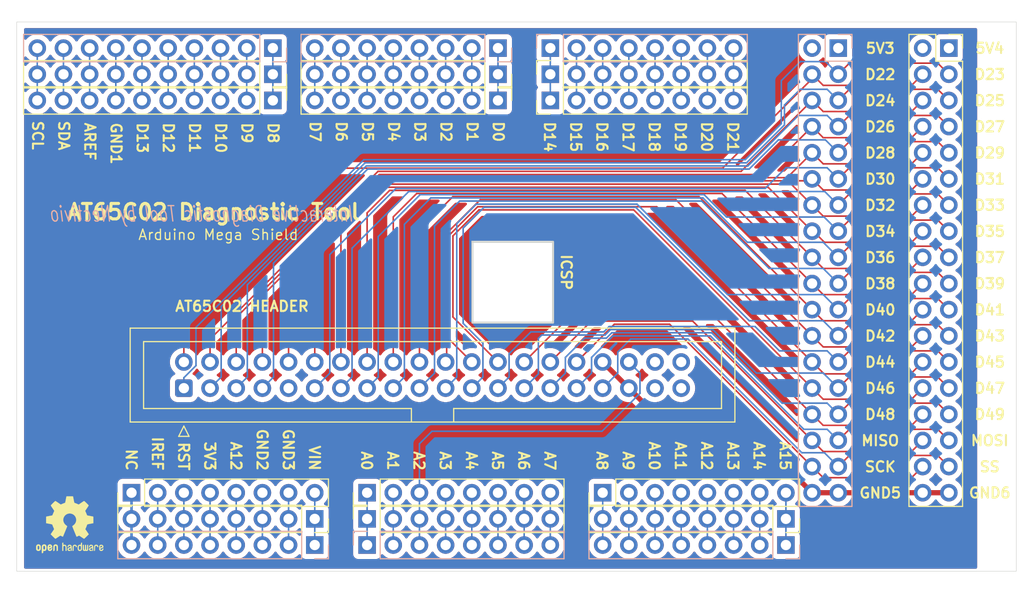
<source format=kicad_pcb>
(kicad_pcb (version 20221018) (generator pcbnew)
  (layers (0 "F.Cu" signal) (31 "B.Cu" signal) (34 "B.Paste" user) (35 "F.Paste" user) (36 "B.SilkS" user "B.Silkscreen") (37 "F.SilkS" user "F.Silkscreen") (38 "B.Mask" user) (39 "F.Mask" user) (44 "Edge.Cuts" user))
  (net 0 "")
  (net 1 "GND")
  (net 2 "R~{W}")
  (net 3 "~{RES}")
  (net 4 "~{IRQ}")
  (net 5 "RDY")
  (net 6 "~{NMI}")
  (net 7 "SYNC")
  (net 8 "/a0")
  (net 9 "/d0")
  (net 10 "/a1")
  (net 11 "/d1")
  (net 12 "/a2")
  (net 13 "/d2")
  (net 14 "/a3")
  (net 15 "/d3")
  (net 16 "/a4")
  (net 17 "/d4")
  (net 18 "/a5")
  (net 19 "/d5")
  (net 20 "/a6")
  (net 21 "/d6")
  (net 22 "/a7")
  (net 23 "/d7")
  (net 24 "/a8")
  (net 25 "/a9")
  (net 26 "/a10")
  (net 27 "/a11")
  (net 28 "/a12")
  (net 29 "/a13")
  (net 30 "/a14")
  (net 31 "/a15")
  (net 32 "~{SO}")
  (net 33 "~{BE}")
  (net 34 "Net-(J15-Pin_1)")
  (net 41 "Net-(J15-Pin_2)")
  (net 42 "Net-(J15-Pin_3)")
  (net 43 "Net-(J15-Pin_4)")
  (net 44 "Net-(J15-Pin_5)")
  (net 45 "Net-(J15-Pin_6)")
  (net 46 "Net-(J15-Pin_7)")
  (net 48 "Net-(J10-Pin_1)")
  (net 49 "Net-(J10-Pin_2)")
  (net 50 "Net-(J10-Pin_3)")
  (net 51 "Net-(J10-Pin_4)")
  (net 52 "Net-(J10-Pin_5)")
  (net 53 "Net-(J10-Pin_6)")
  (net 54 "Net-(J10-Pin_7)")
  (net 55 "Net-(J10-Pin_8)")
  (net 56 "CLK")
  (net 57 "Net-(J11-Pin_1)")
  (net 58 "Net-(J11-Pin_2)")
  (net 59 "Net-(J11-Pin_4)")
  (net 60 "Net-(J11-Pin_6)")
  (net 61 "Net-(J11-Pin_8)")
  (net 62 "Net-(J12-Pin_1)")
  (net 63 "Net-(J12-Pin_2)")
  (net 64 "Net-(J12-Pin_3)")
  (net 65 "Net-(J12-Pin_4)")
  (net 66 "Net-(J12-Pin_5)")
  (net 67 "Net-(J12-Pin_6)")
  (net 68 "Net-(J12-Pin_7)")
  (net 69 "Net-(J12-Pin_8)")
  (net 70 "Net-(J14-Pin_8)")
  (net 71 "Net-(J14-Pin_7)")
  (net 72 "Net-(J14-Pin_6)")
  (net 73 "Net-(J14-Pin_5)")
  (net 74 "Net-(J14-Pin_4)")
  (net 75 "Net-(J14-Pin_3)")
  (net 76 "Net-(J14-Pin_2)")
  (net 77 "Net-(J14-Pin_1)")
  (net 78 "Net-(J15-Pin_8)")
  (net 79 "Net-(J15-Pin_9)")
  (net 80 "Net-(J15-Pin_10)")
  (net 81 "Net-(J11-Pin_5)")
  (net 82 "Net-(J11-Pin_7)")
  (net 83 "Net-(J18-Pin_1)")
  (net 84 "Net-(J18-Pin_2)")
  (net 85 "Net-(J18-Pin_3)")
  (net 86 "Net-(J18-Pin_4)")
  (net 87 "Net-(J18-Pin_5)")
  (net 88 "Net-(J18-Pin_6)")
  (net 89 "Net-(J18-Pin_7)")
  (net 90 "unconnected-(J18-Pin_8-Pad8)")
  (footprint "Connector_PinHeader_2.54mm:PinHeader_1x08_P2.54mm_Vertical" (layer "F.Cu") (at 104.23 110.945 90)
    (fp_text reference "J20" hide)
    (fp_text value "Conn_01x08")
  )
  (footprint "Connector_PinSocket_2.54mm:PinSocket_1x08_P2.54mm_Vertical" (layer "F.Cu") (at 139.79 70.305 -90)
    (fp_text reference "J10" hide)
    (fp_text value "Conn_01x08")
  )
  (footprint "Connector_PinHeader_2.54mm:PinHeader_1x08_P2.54mm_Vertical" (layer "F.Cu") (at 149.95 110.945 90)
    (fp_text reference "J4" hide)
    (fp_text value "Conn_01x08")
  )
  (footprint "Connector_PinSocket_2.54mm:PinSocket_1x08_P2.54mm_Vertical" (layer "F.Cu") (at 167.73 113.485 -90)
    (fp_text reference "J9" hide)
    (fp_text value "Conn_01x08")
  )
  (footprint "Connector_IDC:IDC-Header_2x20_P2.54mm_Vertical" (layer "F.Cu") (at 109.31 100.79 90)
    (fp_text reference "J2" hide)
    (fp_text value "Conn_02x20_Odd_Even")
  )
  (footprint "Connector_PinSocket_2.54mm:PinSocket_1x08_P2.54mm_Vertical" (layer "F.Cu") (at 122.01 113.485 -90)
    (fp_text reference "J19" hide)
    (fp_text value "Conn_01x08")
  )
  (footprint "Connector_PinSocket_2.54mm:PinSocket_2x18_P2.54mm_Vertical" (layer "F.Cu") (at 183.54 67.765)
    (fp_text reference "J21" hide)
    (fp_text value "Conn_02x18_Odd_Even")
  )
  (footprint "Connector_PinHeader_2.54mm:PinHeader_1x08_P2.54mm_Vertical" (layer "F.Cu") (at 139.79 72.845 -90)
    (fp_text reference "J5" hide)
    (fp_text value "Conn_01x08")
  )
  (footprint "Connector_PinSocket_2.54mm:PinSocket_1x08_P2.54mm_Vertical" (layer "F.Cu") (at 144.87 70.305 90)
    (fp_text reference "J8" hide)
    (fp_text value "Conn_01x08")
  )
  (footprint "Connector_PinSocket_2.54mm:PinSocket_1x08_P2.54mm_Vertical" (layer "F.Cu") (at 127.09 113.485 90)
    (fp_text reference "J7" hide)
    (fp_text value "Conn_01x08")
  )
  (footprint "Connector_PinHeader_2.54mm:PinHeader_1x10_P2.54mm_Vertical" (layer "F.Cu") (at 117.946 72.845 -90)
    (fp_text reference "J15" hide)
    (fp_text value "Conn_01x10")
  )
  (footprint "Connector_PinHeader_2.54mm:PinHeader_1x08_P2.54mm_Vertical" (layer "F.Cu") (at 144.87 72.845 90)
    (fp_text reference "J6" hide)
    (fp_text value "Conn_01x08")
  )
  (footprint "Symbol:OSHW-Logo2_7.3x6mm_SilkScreen" (layer "F.Cu") (at 98.235 114.05)
    (fp_text reference "REF**" hide)
    (fp_text value "OSHW-Logo2_7.3x6mm_SilkScreen" hide)
  )
  (footprint "Connector_PinHeader_2.54mm:PinHeader_1x08_P2.54mm_Vertical" (layer "F.Cu") (at 127.09 110.945 90)
    (fp_text reference "J11" hide)
    (fp_text value "Conn_01x08")
  )
  (footprint "Connector_PinSocket_2.54mm:PinSocket_1x10_P2.54mm_Vertical" (layer "F.Cu") (at 117.946 70.305 -90)
    (fp_text reference "J16" hide)
    (fp_text value "Conn_01x10")
  )
  (footprint "Connector_PinHeader_2.54mm:PinHeader_1x08_P2.54mm_Vertical" (layer "B.Cu") (at 127.09 116.025 -90)
    (fp_text reference "J3" hide)
    (fp_text value "Conn_01x08")
  )
  (footprint "Connector_PinHeader_2.54mm:PinHeader_1x08_P2.54mm_Vertical" (layer "B.Cu") (at 122.01 116.025 90)
    (fp_text reference "J18" hide)
    (fp_text value "Conn_01x08")
  )
  (footprint "Connector_PinHeader_2.54mm:PinHeader_2x18_P2.54mm_Vertical" (layer "B.Cu") (at 172.81 67.765 180)
    (fp_text reference "J1" hide)
    (fp_text value "Conn_02x18_Odd_Even")
  )
  (footprint "Connector_PinHeader_2.54mm:PinHeader_1x08_P2.54mm_Vertical" (layer "B.Cu") (at 144.87 67.765 -90)
    (fp_text reference "J12" hide)
    (fp_text value "Conn_01x08")
  )
  (footprint "Connector_PinHeader_2.54mm:PinHeader_1x08_P2.54mm_Vertical" (layer "B.Cu") (at 139.79 67.765 90)
    (fp_text reference "J13" hide)
    (fp_text value "Conn_01x08")
  )
  (footprint "Connector_PinHeader_2.54mm:PinHeader_1x08_P2.54mm_Vertical" (layer "B.Cu") (at 167.73 116.025 90)
    (fp_text reference "J14" hide)
    (fp_text value "Conn_01x08")
  )
  (footprint "Connector_PinHeader_2.54mm:PinHeader_1x10_P2.54mm_Vertical" (layer "B.Cu") (at 117.946 67.765 90)
    (fp_text reference "J17" hide)
    (fp_text value "Conn_01x10")
  )
  (gr_rect (start 93.09 65.225) (end 190.085 118.57) (stroke (width 0.05)) (fill none) (layer "Edge.Cuts"))
  (gr_rect (start 137.31 86.575) (end 145.135 94.425) (stroke (width 0.2)) (fill none) (layer "Edge.Cuts"))
  (gr_text "Interactive Diagnostic Tool by Nectivio" (at 111.085 84.75) (layer "B.SilkS") (effects (font (size 1.5 1) (thickness 0.125) italic) (justify bottom mirror)))
  (gr_text "D39" (at 187.51 91.23) (layer "F.SilkS") (effects (font (size 1 1) (thickness 0.2) bold) (justify bottom)))
  (gr_text "D19" (at 156.91 74.8 -90) (layer "F.SilkS") (effects (font (size 1 1) (thickness 0.2) bold) (justify left bottom)))
  (gr_text "A14" (at 164.535 108.884524 -90) (layer "F.SilkS") (effects (font (size 1 1) (thickness 0.2) bold) (justify right bottom)))
  (gr_text "D26" (at 176.885 75.995) (layer "F.SilkS") (effects (font (size 1 1) (thickness 0.2) bold) (justify bottom)))
  (gr_text "AREF" (at 99.605 74.9 270) (layer "F.SilkS") (effects (font (size 1 1) (thickness 0.2) bold) (justify left bottom)))
  (gr_text "D17" (at 151.83 74.8 -90) (layer "F.SilkS") (effects (font (size 1 1) (thickness 0.2) bold) (justify left bottom)))
  (gr_text "D27" (at 187.51 75.99) (layer "F.SilkS") (effects (font (size 1 1) (thickness 0.2) bold) (justify bottom)))
  (gr_text "D6\n" (at 124 74.775 -90) (layer "F.SilkS") (effects (font (size 1 1) (thickness 0.2) bold) (justify left bottom)))
  (gr_text "D35" (at 187.51 86.15) (layer "F.SilkS") (effects (font (size 1 1) (thickness 0.2) bold) (justify bottom)))
  (gr_text "D48" (at 176.885 103.935) (layer "F.SilkS") (effects (font (size 1 1) (thickness 0.2) bold) (justify bottom)))
  (gr_text "D4" (at 129.08 74.775 -90) (layer "F.SilkS") (effects (font (size 1 1) (thickness 0.2) bold) (justify left bottom)))
  (gr_text "D0" (at 139.24 74.775 -90) (layer "F.SilkS") (effects (font (size 1 1) (thickness 0.2) bold) (justify left bottom)))
  (gr_text "A2" (at 131.54 108.884524 -90) (layer "F.SilkS") (effects (font (size 1 1) (thickness 0.2) bold) (justify right bottom)))
  (gr_text "A4" (at 136.62 108.884524 -90) (layer "F.SilkS") (effects (font (size 1 1) (thickness 0.2) bold) (justify right bottom)))
  (gr_text "D13" (at 104.685 74.9 270) (layer "F.SilkS") (effects (font (size 1 1) (thickness 0.2) bold) (justify left bottom)))
  (gr_text "3V3" (at 111.24 108.9 -90) (layer "F.SilkS") (effects (font (size 1 1) (thickness 0.2) bold) (justify right bottom)))
  (gr_text "D22" (at 176.885 70.915) (layer "F.SilkS") (effects (font (size 1 1) (thickness 0.2) bold) (justify bottom)))
  (gr_text "D37" (at 187.51 88.69) (layer "F.SilkS") (effects (font (size 1 1) (thickness 0.2) bold) (justify bottom)))
  (gr_text "D47" (at 187.51 101.39) (layer "F.SilkS") (effects (font (size 1 1) (thickness 0.2) bold) (justify bottom)))
  (gr_text "Arduino Mega Shield" (at 104.81 86.475) (layer "F.SilkS") (effects (font (size 1 1) (thickness 0.125)) (justify left bottom)))
  (gr_text "RST" (at 108.7 108.9 -90) (layer "F.SilkS") (effects (font (size 1 1) (thickness 0.2) bold) (justify right bottom)))
  (gr_text "D36" (at 176.885 88.695) (layer "F.SilkS") (effects (font (size 1 1) (thickness 0.2) bold) (justify bottom)))
  (gr_text "A0" (at 126.46 108.884524 -90) (layer "F.SilkS") (effects (font (size 1 1) (thickness 0.2) bold) (justify right bottom)))
  (gr_text "A3" (at 134.08 108.884524 -90) (layer "F.SilkS") (effects (font (size 1 1) (thickness 0.2) bold) (justify right bottom)))
  (gr_text "VIN" (at 121.4 108.9 -90) (layer "F.SilkS") (effects (font (size 1 1) (thickness 0.2) bold) (justify right bottom)))
  (gr_text "D23" (at 187.51 70.91) (layer "F.SilkS") (effects (font (size 1 1) (thickness 0.2) bold) (justify bottom)))
  (gr_text "D9" (at 114.845 74.9 270) (layer "F.SilkS") (effects (font (size 1 1) (thickness 0.2) bold) (justify left bottom)))
  (gr_text "GND3" (at 118.86 108.9 -90) (layer "F.SilkS") (effects (font (size 1 1) (thickness 0.2) bold) (justify right bottom)))
  (gr_text "A9" (at 151.835 108.884524 -90) (layer "F.SilkS") (effects (font (size 1 1) (thickness 0.2) bold) (justify right bottom)))
  (gr_text "D40" (at 176.885 93.775) (layer "F.SilkS") (effects (font (size 1 1) (thickness 0.2) bold) (justify bottom)))
  (gr_text "SCK" (at 176.885 109.015) (layer "F.SilkS") (effects (font (size 1 1) (thickness 0.2) bold) (justify bottom)))
  (gr_text "D11" (at 109.765 74.9 270) (layer "F.SilkS") (effects (font (size 1 1) (thickness 0.2) bold) (justify left bottom)))
  (gr_text "A6" (at 141.7 108.884524 -90) (layer "F.SilkS") (effects (font (size 1 1) (thickness 0.2) bold) (justify right bottom)))
  (gr_text "D18" (at 154.37 74.8 -90) (layer "F.SilkS") (effects (font (size 1 1) (thickness 0.2) bold) (justify left bottom)))
  (gr_text "MOSI" (at 187.51 106.47) (layer "F.SilkS") (effects (font (size 1 1) (thickness 0.2) bold) (justify bottom)))
  (gr_text "D46" (at 176.885 101.395) (layer "F.SilkS") (effects (font (size 1 1) (thickness 0.2) bold) (justify bottom)))
  (gr_text "D28" (at 176.885 78.535) (layer "F.SilkS") (effects (font (size 1 1) (thickness 0.2) bold) (justify bottom)))
  (gr_text "GND6" (at 187.51 111.55) (layer "F.SilkS") (effects (font (size 1 1) (thickness 0.2) bold) (justify bottom)))
  (gr_text "GND1\n" (at 102.145 74.9 270) (layer "F.SilkS") (effects (font (size 1 1) (thickness 0.2) bold) (justify left bottom)))
  (gr_text "SDA\n" (at 97.075 74.725 270) (layer "F.SilkS") (effects (font (size 1 1) (thickness 0.2) bold) (justify left bottom)))
  (gr_text "D38" (at 176.885 91.235) (layer "F.SilkS") (effects (font (size 1 1) (thickness 0.2) bold) (justify bottom)))
  (gr_text "D12" (at 107.225 74.9 270) (layer "F.SilkS") (effects (font (size 1 1) (thickness 0.2) bold) (justify left bottom)))
  (gr_text "A12" (at 159.455 108.884524 -90) (layer "F.SilkS") (effects (font (size 1 1) (thickness 0.2) bold) (justify right bottom)))
  (gr_text "D21" (at 161.99 74.8 -90) (layer "F.SilkS") (effects (font (size 1 1) (thickness 0.2) bold) (justify left bottom)))
  (gr_text "D41" (at 187.51 93.77) (layer "F.SilkS") (effects (font (size 1 1) (thickness 0.2) bold) (justify bottom)))
  (gr_text "D1" (at 136.7 74.775 -90) (layer "F.SilkS") (effects (font (size 1 1) (thickness 0.2) bold) (justify left bottom)))
  (gr_text "5V4" (at 187.51 68.37) (layer "F.SilkS") (effects (font (size 1 1) (thickness 0.2) bold) (justify bottom)))
  (gr_text "D30" (at 176.885 81.075) (layer "F.SilkS") (effects (font (size 1 1) (thickness 0.2) bold) (justify bottom)))
  (gr_text "D49" (at 187.51 103.93) (layer "F.SilkS") (effects (font (size 1 1) (thickness 0.2) bold) (justify bottom)))
  (gr_text "D44" (at 176.885 98.855) (layer "F.SilkS") (effects (font (size 1 1) (thickness 0.2) bold) (justify bottom)))
  (gr_text "GND5" (at 176.885 111.555) (layer "F.SilkS") (effects (font (size 1 1) (thickness 0.2) bold) (justify bottom)))
  (gr_text "D8" (at 117.385 74.9 270) (layer "F.SilkS") (effects (font (size 1 1) (thickness 0.2) bold) (justify left bottom)))
  (gr_text "D10" (at 112.305 74.9 270) (layer "F.SilkS") (effects (font (size 1 1) (thickness 0.2) bold) (justify left bottom)))
  (gr_text "D32" (at 176.885 83.615) (layer "F.SilkS") (effects (font (size 1 1) (thickness 0.2) bold) (justify bottom)))
  (gr_text "GND2" (at 116.32 108.9 -90) (layer "F.SilkS") (effects (font (size 1 1) (thickness 0.2) bold) (justify right bottom)))
  (gr_text "A8" (at 149.295 108.884524 -90) (layer "F.SilkS") (effects (font (size 1 1) (thickness 0.2) bold) (justify right bottom)))
  (gr_text "D20" (at 159.45 74.8 -90) (layer "F.SilkS") (effects (font (size 1 1) (thickness 0.2) bold) (justify left bottom)))
  (gr_text "D43" (at 187.51 96.31) (layer "F.SilkS") (effects (font (size 1 1) (thickness 0.2) bold) (justify bottom)))
  (gr_text "AT65C02 Diagnostic Tool \n" (at 97.84512 84.55) (layer "F.SilkS") (effects (font (size 1.5 1.5) (thickness 0.3) bold) (justify left bottom)))
  (gr_text "D33" (at 187.51 83.61) (layer "F.SilkS") (effects (font (size 1 1) (thickness 0.2) bold) (justify bottom)))
  (gr_text "A1" (at 129 108.884524 -90) (layer "F.SilkS") (effects (font (size 1 1) (thickness 0.2) bold) (justify right bottom)))
  (gr_text "D42" (at 176.885 96.315) (layer "F.SilkS") (effects (font (size 1 1) (thickness 0.2) bold) (justify bottom)))
  (gr_text "D31" (at 187.51 81.07) (layer "F.SilkS") (effects (font (size 1 1) (thickness 0.2) bold) (justify bottom)))
  (gr_text "SS" (at 187.51 109.01) (layer "F.SilkS") (effects (font (size 1 1) (thickness 0.2) bold) (justify bottom)))
  (gr_text "D3" (at 131.62 74.775 -90) (layer "F.SilkS") (effects (font (size 1 1) (thickness 0.2) bold) (justify left bottom)))
  (gr_text "D45" (at 187.51 98.85) (layer "F.SilkS") (effects (font (size 1 1) (thickness 0.2) bold) (justify bottom)))
  (gr_text "D16" (at 149.29 74.8 -90) (layer "F.SilkS") (effects (font (size 1 1) (thickness 0.2) bold) (justify left bottom)))
  (gr_text "SCL" (at 94.535 74.725 270) (layer "F.SilkS") (effects (font (size 1 1) (thickness 0.2) bold) (justify left bottom)))
  (gr_text "A7" (at 144.24 108.884524 -90) (layer "F.SilkS") (effects (font (size 1 1) (thickness 0.2) bold) (justify right bottom)))
  (gr_text "D29" (at 187.51 78.53) (layer "F.SilkS") (effects (font (size 1 1) (thickness 0.2) bold) (justify bottom)))
  (gr_text "A10" (at 154.375 108.884524 -90) (layer "F.SilkS") (effects (font (size 1 1) (thickness 0.2) bold) (justify right bottom)))
  (gr_text "D24" (at 176.885 73.455) (layer "F.SilkS") (effects (font (size 1 1) (thickness 0.2) bold) (justify bottom)))
  (gr_text "A12" (at 113.78 108.9 -90) (layer "F.SilkS") (effects (font (size 1 1) (thickness 0.2) bold) (justify right bottom)))
  (gr_text "5V3" (at 176.885 68.375) (layer "F.SilkS") (effects (font (size 1 1) (thickness 0.2) bold) (justify bottom)))
  (gr_text "D5" (at 126.54 74.775 -90) (layer "F.SilkS") (effects (font (size 1 1) (thickness 0.2) bold) (justify left bottom)))
  (gr_text "D2" (at 134.16 74.775 -90) (layer "F.SilkS") (effects (font (size 1 1) (thickness 0.2) bold) (justify left bottom)))
  (gr_text "NC" (at 103.62 108.9 -90) (layer "F.SilkS") (effects (font (size 1 1) (thickness 0.2) bold) (justify right bottom)))
  (gr_text "A5" (at 139.16 108.884524 -90) (layer "F.SilkS") (effects (font (size 1 1) (thickness 0.2) bold) (justify right bottom)))
  (gr_text "IREF" (at 106.16 108.9 -90) (layer "F.SilkS") (effects (font (size 1 1) (thickness 0.2) bold) (justify right bottom)))
  (gr_text "A15" (at 167.075 108.884524 -90) (layer "F.SilkS") (effects (font (size 1 1) (thickness 0.2) bold) (justify right bottom)))
  (gr_text "MISO" (at 176.885 106.475) (layer "F.SilkS") (effects (font (size 1 1) (thickness 0.2) bold) (justify bottom)))
  (gr_text "D14" (at 144.21 74.8 -90) (layer "F.SilkS") (effects (font (size 1 1) (thickness 0.2) bold) (justify left bottom)))
  (gr_text "AT65C02 HEADER" (at 121.535 93.425) (layer "F.SilkS") (effects (font (size 1 1) (thickness 0.2) bold) (justify right bottom)))
  (gr_text "A11" (at 156.915 108.884524 -90) (layer "F.SilkS") (effects (font (size 1 1) (thickness 0.2) bold) (justify right bottom)))
  (gr_text "ICSP" (at 145.835 91.375 270) (layer "F.SilkS") (effects (font (size 1 1) (thickness 0.2) bold) (justify right bottom)))
  (gr_text "D25" (at 187.51 73.45) (layer "F.SilkS") (effects (font (size 1 1) (thickness 0.2) bold) (justify bottom)))
  (gr_text "D34" (at 176.885 86.155) (layer "F.SilkS") (effects (font (size 1 1) (thickness 0.2) bold) (justify bottom)))
  (gr_text "D7" (at 121.46 74.775 -90) (layer "F.SilkS") (effects (font (size 1 1) (thickness 0.2) bold) (justify left bottom)))
  (gr_text "A13" (at 161.995 108.884524 -90) (layer "F.SilkS") (effects (font (size 1 1) (thickness 0.2) bold) (justify right bottom)))
  (gr_text "D15" (at 146.75 74.8 -90) (layer "F.SilkS") (effects (font (size 1 1) (thickness 0.2) bold) (justify left bottom)))
  (segment (start 172.81 110.945) (end 181 110.945) (width 0.508) (layer "F.Cu") (net 1))
  (segment (start 159.35 107.65) (end 167.01 107.65) (width 0.5) (layer "F.Cu") (net 1))
  (segment (start 152.49 100.79) (end 159.35 107.65) (width 0.5) (layer "F.Cu") (net 1))
  (segment (start 167.01 107.65) (end 167.01 107.685) (width 0.5) (layer "F.Cu") (net 1))
  (segment (start 181 110.945) (end 183.54 110.945) (width 0.508) (layer "F.Cu") (net 1))
  (segment (start 170.27 110.945) (end 172.81 110.945) (width 0.508) (layer "F.Cu") (net 1))
  (segment (start 167.01 107.685) (end 170.27 110.945) (width 0.5) (layer "F.Cu") (net 1))
  (segment (start 149.95 98.25) (end 152.49 100.79) (width 0.5) (layer "F.Cu") (net 1))
  (segment (start 173.8886 76.8464) (end 182.4614 76.8464) (width 0.1524) (layer "F.Cu") (net 2))
  (segment (start 172.81 77.925) (end 173.8886 76.8464) (width 0.1524) (layer "F.Cu") (net 2))
  (segment (start 182.4614 76.8464) (end 183.54 77.925) (width 0.1524) (layer "F.Cu") (net 2))
  (segment (start 171.56 76.675) (end 172.81 77.925) (width 0.1524) (layer "B.Cu") (net 2))
  (segment (start 116.93 100.79) (end 118.0086 99.7114) (width 0.1524) (layer "B.Cu") (net 2))
  (segment (start 118.0086 99.7114) (end 118.0086 88.646053) (width 0.1524) (layer "B.Cu") (net 2))
  (segment (start 118.0086 88.646053) (end 127.14175 79.512903) (width 0.1524) (layer "B.Cu") (net 2))
  (segment (start 164.163137 79.512903) (end 167.00104 76.675) (width 0.1524) (layer "B.Cu") (net 2))
  (segment (start 127.14175 79.512903) (end 164.163137 79.512903) (width 0.1524) (layer "B.Cu") (net 2))
  (segment (start 167.00104 76.675) (end 171.56 76.675) (width 0.1524) (layer "B.Cu") (net 2))
  (segment (start 182.4614 69.2264) (end 183.54 70.305) (width 0.1524) (layer "F.Cu") (net 3))
  (segment (start 173.8886 69.2264) (end 182.4614 69.2264) (width 0.1524) (layer "F.Cu") (net 3))
  (segment (start 172.81 70.305) (end 173.8886 69.2264) (width 0.1524) (layer "F.Cu") (net 3))
  (segment (start 167.285 70.925) (end 169.135 69.075) (width 0.1524) (layer "B.Cu") (net 3))
  (segment (start 110.485 94.878612) (end 126.763612 78.6) (width 0.1524) (layer "B.Cu") (net 3))
  (segment (start 109.31 99.775371) (end 110.485 98.600371) (width 0.1524) (layer "B.Cu") (net 3))
  (segment (start 163.785 78.6) (end 167.285 75.1) (width 0.1524) (layer "B.Cu") (net 3))
  (segment (start 126.763612 78.6) (end 163.785 78.6) (width 0.1524) (layer "B.Cu") (net 3))
  (segment (start 169.135 69.075) (end 171.58 69.075) (width 0.1524) (layer "B.Cu") (net 3))
  (segment (start 167.285 75.1) (end 167.285 70.925) (width 0.1524) (layer "B.Cu") (net 3))
  (segment (start 171.58 69.075) (end 172.81 70.305) (width 0.1524) (layer "B.Cu") (net 3))
  (segment (start 109.31 100.79) (end 109.31 99.775371) (width 0.1524) (layer "B.Cu") (net 3))
  (segment (start 110.485 98.600371) (end 110.485 94.878612) (width 0.1524) (layer "B.Cu") (net 3))
  (segment (start 170.27 72.845) (end 171.3486 73.9236) (width 0.1524) (layer "F.Cu") (net 4))
  (segment (start 171.3486 73.9236) (end 179.9214 73.9236) (width 0.1524) (layer "F.Cu") (net 4))
  (segment (start 179.9214 73.9236) (end 181 72.845) (width 0.1524) (layer "F.Cu") (net 4))
  (segment (start 128.14617 79.737097) (end 163.377903 79.737097) (width 0.1524) (layer "F.Cu") (net 4))
  (segment (start 163.377903 79.737097) (end 170.27 72.845) (width 0.1524) (layer "F.Cu") (net 4))
  (segment (start 111.85 96.033268) (end 128.14617 79.737097) (width 0.1524) (layer "F.Cu") (net 4))
  (segment (start 111.85 98.25) (end 111.85 96.033268) (width 0.1524) (layer "F.Cu") (net 4))
  (segment (start 171.3486 71.3836) (end 179.9214 71.3836) (width 0.1524) (layer "F.Cu") (net 5))
  (segment (start 109.31 98.25) (end 109.31 94.3) (width 0.1524) (layer "F.Cu") (net 5))
  (segment (start 170.27 70.305) (end 170.27 70.74) (width 0.1524) (layer "F.Cu") (net 5))
  (segment (start 170.27 70.74) (end 161.585 79.425) (width 0.1524) (layer "F.Cu") (net 5))
  (segment (start 179.9214 71.3836) (end 181 70.305) (width 0.1524) (layer "F.Cu") (net 5))
  (segment (start 170.27 70.305) (end 171.3486 71.3836) (width 0.1524) (layer "F.Cu") (net 5))
  (segment (start 109.31 94.3) (end 124.185 79.425) (width 0.1524) (layer "F.Cu") (net 5))
  (segment (start 124.185 79.425) (end 161.585 79.425) (width 0.1524) (layer "F.Cu") (net 5))
  (segment (start 114.39 93.923614) (end 128.272215 80.041398) (width 0.1524) (layer "F.Cu") (net 6))
  (segment (start 165.613602 80.041398) (end 170.27 75.385) (width 0.1524) (layer "F.Cu") (net 6))
  (segment (start 171.3486 76.4636) (end 179.9214 76.4636) (width 0.1524) (layer "F.Cu") (net 6))
  (segment (start 114.39 98.25) (end 114.39 93.923614) (width 0.1524) (layer "F.Cu") (net 6))
  (segment (start 128.272215 80.041398) (end 165.613602 80.041398) (width 0.1524) (layer "F.Cu") (net 6))
  (segment (start 179.9214 76.4636) (end 181 75.385) (width 0.1524) (layer "F.Cu") (net 6))
  (segment (start 170.27 75.385) (end 171.3486 76.4636) (width 0.1524) (layer "F.Cu") (net 6))
  (segment (start 116.93 91.813961) (end 116.93 98.25) (width 0.1524) (layer "F.Cu") (net 7))
  (segment (start 179.9214 79.0036) (end 181 77.925) (width 0.1524) (layer "F.Cu") (net 7))
  (segment (start 128.398261 80.345699) (end 116.93 91.813961) (width 0.1524) (layer "F.Cu") (net 7))
  (segment (start 170.27 77.925) (end 171.3486 79.0036) (width 0.1524) (layer "F.Cu") (net 7))
  (segment (start 171.3486 79.0036) (end 179.9214 79.0036) (width 0.1524) (layer "F.Cu") (net 7))
  (segment (start 167.849301 80.345699) (end 128.398261 80.345699) (width 0.1524) (layer "F.Cu") (net 7))
  (segment (start 170.27 77.925) (end 167.849301 80.345699) (width 0.1524) (layer "F.Cu") (net 7))
  (segment (start 170.085 80.65) (end 170.27 80.465) (width 0.1524) (layer "F.Cu") (net 8))
  (segment (start 128.524307 80.65) (end 170.085 80.65) (width 0.1524) (layer "F.Cu") (net 8))
  (segment (start 119.47 89.704307) (end 128.524307 80.65) (width 0.1524) (layer "F.Cu") (net 8))
  (segment (start 179.9214 81.5436) (end 181 80.465) (width 0.1524) (layer "F.Cu") (net 8))
  (segment (start 170.27 80.465) (end 171.3486 81.5436) (width 0.1524) (layer "F.Cu") (net 8))
  (segment (start 171.3486 81.5436) (end 179.9214 81.5436) (width 0.1524) (layer "F.Cu") (net 8))
  (segment (start 119.47 98.25) (end 119.47 89.704307) (width 0.1524) (layer "F.Cu") (net 8))
  (segment (start 173.8886 79.3864) (end 182.4614 79.3864) (width 0.1524) (layer "F.Cu") (net 9))
  (segment (start 172.81 80.465) (end 173.8886 79.3864) (width 0.1524) (layer "F.Cu") (net 9))
  (segment (start 182.4614 79.3864) (end 183.54 80.465) (width 0.1524) (layer "F.Cu") (net 9))
  (segment (start 122.01 100.79) (end 123.4714 99.3286) (width 0.1524) (layer "B.Cu") (net 9))
  (segment (start 167.7236 79.3864) (end 171.7314 79.3864) (width 0.1524) (layer "B.Cu") (net 9))
  (segment (start 123.4714 99.3286) (end 123.4714 87.8136) (width 0.1524) (layer "B.Cu") (net 9))
  (segment (start 123.4714 87.8136) (end 129.897904 81.387096) (width 0.1524) (layer "B.Cu") (net 9))
  (segment (start 129.897904 81.387096) (end 165.722904 81.387096) (width 0.1524) (layer "B.Cu") (net 9))
  (segment (start 171.7314 79.3864) (end 172.81 80.465) (width 0.1524) (layer "B.Cu") (net 9))
  (segment (start 165.722904 81.387096) (end 167.7236 79.3864) (width 0.1524) (layer "B.Cu") (net 9))
  (segment (start 171.3486 84.0836) (end 179.9214 84.0836) (width 0.1524) (layer "F.Cu") (net 10))
  (segment (start 170.27 83.005) (end 168.239194 80.974194) (width 0.1524) (layer "F.Cu") (net 10))
  (segment (start 168.239194 80.974194) (end 128.631165 80.974194) (width 0.1524) (layer "F.Cu") (net 10))
  (segment (start 128.631165 80.974194) (end 122.01 87.595359) (width 0.1524) (layer "F.Cu") (net 10))
  (segment (start 179.9214 84.0836) (end 181 83.005) (width 0.1524) (layer "F.Cu") (net 10))
  (segment (start 170.27 83.005) (end 171.3486 84.0836) (width 0.1524) (layer "F.Cu") (net 10))
  (segment (start 122.01 87.595359) (end 122.01 98.25) (width 0.1524) (layer "F.Cu") (net 10))
  (segment (start 173.8886 81.9264) (end 182.4614 81.9264) (width 0.1524) (layer "F.Cu") (net 11))
  (segment (start 172.81 83.005) (end 173.8886 81.9264) (width 0.1524) (layer "F.Cu") (net 11))
  (segment (start 182.4614 81.9264) (end 183.54 83.005) (width 0.1524) (layer "F.Cu") (net 11))
  (segment (start 172.81 83.005) (end 171.496398 81.691398) (width 0.1524) (layer "B.Cu") (net 11))
  (segment (start 171.496398 81.691398) (end 131.130802 81.691398) (width 0.1524) (layer "B.Cu") (net 11))
  (segment (start 131.130802 81.691398) (end 125.6286 87.1936) (width 0.1524) (layer "B.Cu") (net 11))
  (segment (start 125.6286 87.1936) (end 125.6286 99.7114) (width 0.1524) (layer "B.Cu") (net 11))
  (segment (start 125.6286 99.7114) (end 124.55 100.79) (width 0.1524) (layer "B.Cu") (net 11))
  (segment (start 171.4686 86.6236) (end 179.9214 86.6236) (width 0.1524) (layer "F.Cu") (net 12))
  (segment (start 179.9214 86.6236) (end 181 85.545) (width 0.1524) (layer "F.Cu") (net 12))
  (segment (start 170.27 85.545) (end 166.003495 81.278495) (width 0.1524) (layer "F.Cu") (net 12))
  (segment (start 170.39 85.545) (end 171.4686 86.6236) (width 0.1524) (layer "F.Cu") (net 12))
  (segment (start 124.55 85.485705) (end 124.55 98.25) (width 0.1524) (layer "F.Cu") (net 12))
  (segment (start 166.003495 81.278495) (end 128.75721 81.278495) (width 0.1524) (layer "F.Cu") (net 12))
  (segment (start 170.27 85.545) (end 170.39 85.545) (width 0.1524) (layer "F.Cu") (net 12))
  (segment (start 128.75721 81.278495) (end 124.55 85.485705) (width 0.1524) (layer "F.Cu") (net 12))
  (segment (start 182.4614 84.4664) (end 183.54 85.545) (width 0.1524) (layer "F.Cu") (net 13))
  (segment (start 173.8886 84.4664) (end 182.4614 84.4664) (width 0.1524) (layer "F.Cu") (net 13))
  (segment (start 172.81 85.545) (end 173.8886 84.4664) (width 0.1524) (layer "F.Cu") (net 13))
  (segment (start 128.1686 86.0664) (end 132.239301 81.995699) (width 0.1524) (layer "B.Cu") (net 13))
  (segment (start 127.09 100.79) (end 128.1686 99.7114) (width 0.1524) (layer "B.Cu") (net 13))
  (segment (start 132.239301 81.995699) (end 159.791392 81.995699) (width 0.1524) (layer "B.Cu") (net 13))
  (segment (start 161.966392 84.170699) (end 171.435699 84.170699) (width 0.1524) (layer "B.Cu") (net 13))
  (segment (start 128.1686 99.7114) (end 128.1686 86.0664) (width 0.1524) (layer "B.Cu") (net 13))
  (segment (start 159.791392 81.995699) (end 161.966392 84.170699) (width 0.1524) (layer "B.Cu") (net 13))
  (segment (start 171.435699 84.170699) (end 172.81 85.545) (width 0.1524) (layer "B.Cu") (net 13))
  (segment (start 129.277205 81.582795) (end 163.767795 81.582795) (width 0.1524) (layer "F.Cu") (net 14))
  (segment (start 171.3486 89.1636) (end 179.9214 89.1636) (width 0.1524) (layer "F.Cu") (net 14))
  (segment (start 170.27 88.085) (end 171.3486 89.1636) (width 0.1524) (layer "F.Cu") (net 14))
  (segment (start 163.767795 81.582795) (end 170.27 88.085) (width 0.1524) (layer "F.Cu") (net 14))
  (segment (start 127.09 98.25) (end 127.09 83.77) (width 0.1524) (layer "F.Cu") (net 14))
  (segment (start 127.09 83.77) (end 129.277205 81.582795) (width 0.1524) (layer "F.Cu") (net 14))
  (segment (start 179.9214 89.1636) (end 181 88.085) (width 0.1524) (layer "F.Cu") (net 14))
  (segment (start 172.81 88.085) (end 173.8886 87.0064) (width 0.1524) (layer "F.Cu") (net 15))
  (segment (start 182.4614 87.0064) (end 183.54 88.085) (width 0.1524) (layer "F.Cu") (net 15))
  (segment (start 173.8886 87.0064) (end 182.4614 87.0064) (width 0.1524) (layer "F.Cu") (net 15))
  (segment (start 163.988946 86.6236) (end 159.677438 82.312092) (width 0.1524) (layer "B.Cu") (net 15))
  (segment (start 159.677438 82.312092) (end 133.270108 82.312092) (width 0.1524) (layer "B.Cu") (net 15))
  (segment (start 130.7086 84.8736) (end 130.7086 99.7114) (width 0.1524) (layer "B.Cu") (net 15))
  (segment (start 172.81 88.085) (end 171.3486 86.6236) (width 0.1524) (layer "B.Cu") (net 15))
  (segment (start 171.3486 86.6236) (end 163.988946 86.6236) (width 0.1524) (layer "B.Cu") (net 15))
  (segment (start 133.270108 82.312092) (end 130.7086 84.8736) (width 0.1524) (layer "B.Cu") (net 15))
  (segment (start 130.7086 99.7114) (end 129.63 100.79) (width 0.1524) (layer "B.Cu") (net 15))
  (segment (start 179.9214 91.7036) (end 181 90.625) (width 0.1524) (layer "F.Cu") (net 16))
  (segment (start 129.63 84.155) (end 129.63 98.25) (width 0.1524) (layer "F.Cu") (net 16))
  (segment (start 171.3486 91.7036) (end 179.9214 91.7036) (width 0.1524) (layer "F.Cu") (net 16))
  (segment (start 170.27 90.625) (end 171.3486 91.7036) (width 0.1524) (layer "F.Cu") (net 16))
  (segment (start 161.532097 81.887097) (end 131.897903 81.887097) (width 0.1524) (layer "F.Cu") (net 16))
  (segment (start 170.27 90.625) (end 161.532097 81.887097) (width 0.1524) (layer "F.Cu") (net 16))
  (segment (start 131.897903 81.887097) (end 129.63 84.155) (width 0.1524) (layer "F.Cu") (net 16))
  (segment (start 182.4614 89.5464) (end 183.54 90.625) (width 0.1524) (layer "F.Cu") (net 17))
  (segment (start 172.81 90.625) (end 173.8886 89.5464) (width 0.1524) (layer "F.Cu") (net 17))
  (segment (start 173.8886 89.5464) (end 182.4614 89.5464) (width 0.1524) (layer "F.Cu") (net 17))
  (segment (start 166.0986 89.1636) (end 171.3486 89.1636) (width 0.1524) (layer "B.Cu") (net 17))
  (segment (start 136.068602 82.616398) (end 159.551398 82.616398) (width 0.1524) (layer "B.Cu") (net 17))
  (segment (start 171.3486 89.1636) (end 172.81 90.625) (width 0.1524) (layer "B.Cu") (net 17))
  (segment (start 132.17 100.79) (end 133.6314 99.3286) (width 0.1524) (layer "B.Cu") (net 17))
  (segment (start 159.551398 82.616398) (end 166.0986 89.1636) (width 0.1524) (layer "B.Cu") (net 17))
  (segment (start 133.6314 85.0536) (end 136.068602 82.616398) (width 0.1524) (layer "B.Cu") (net 17))
  (segment (start 133.6314 99.3286) (end 133.6314 85.0536) (width 0.1524) (layer "B.Cu") (net 17))
  (segment (start 170.27 93.165) (end 171.3486 94.2436) (width 0.1524) (layer "F.Cu") (net 18))
  (segment (start 132.17 98.25) (end 132.17 85.429307) (width 0.1524) (layer "F.Cu") (net 18))
  (segment (start 171.3486 94.2436) (end 179.9214 94.2436) (width 0.1524) (layer "F.Cu") (net 18))
  (segment (start 179.9214 94.2436) (end 181 93.165) (width 0.1524) (layer "F.Cu") (net 18))
  (segment (start 132.17 85.429307) (end 135.407909 82.191398) (width 0.1524) (layer "F.Cu") (net 18))
  (segment (start 135.407909 82.191398) (end 159.296398 82.191398) (width 0.1524) (layer "F.Cu") (net 18))
  (segment (start 159.296398 82.191398) (end 170.27 93.165) (width 0.1524) (layer "F.Cu") (net 18))
  (segment (start 172.81 93.165) (end 173.8886 92.0864) (width 0.1524) (layer "F.Cu") (net 19))
  (segment (start 182.4614 92.0864) (end 183.54 93.165) (width 0.1524) (layer "F.Cu") (net 19))
  (segment (start 173.8886 92.0864) (end 182.4614 92.0864) (width 0.1524) (layer "F.Cu") (net 19))
  (segment (start 135.7886 99.7114) (end 134.71 100.79) (width 0.1524) (layer "B.Cu") (net 19))
  (segment (start 153.285546 82.920699) (end 137.689301 82.920699) (width 0.1524) (layer "B.Cu") (net 19))
  (segment (start 172.81 93.165) (end 171.3486 91.7036) (width 0.1524) (layer "B.Cu") (net 19))
  (segment (start 162.068447 91.7036) (end 153.285546 82.920699) (width 0.1524) (layer "B.Cu") (net 19))
  (segment (start 171.3486 91.7036) (end 162.068447 91.7036) (width 0.1524) (layer "B.Cu") (net 19))
  (segment (start 135.7886 84.8214) (end 135.7886 99.7114) (width 0.1524) (layer "B.Cu") (net 19))
  (segment (start 137.689301 82.920699) (end 135.7886 84.8214) (width 0.1524) (layer "B.Cu") (net 19))
  (segment (start 179.9214 96.7836) (end 181 95.705) (width 0.1524) (layer "F.Cu") (net 20))
  (segment (start 138.064301 82.495699) (end 134.81 85.75) (width 0.1524) (layer "F.Cu") (net 20))
  (segment (start 170.27 95.705) (end 157.060699 82.495699) (width 0.1524) (layer "F.Cu") (net 20))
  (segment (start 171.3486 96.7836) (end 179.9214 96.7836) (width 0.1524) (layer "F.Cu") (net 20))
  (segment (start 170.27 95.705) (end 171.3486 96.7836) (width 0.1524) (layer "F.Cu") (net 20))
  (segment (start 157.060699 82.495699) (end 138.064301 82.495699) (width 0.1524) (layer "F.Cu") (net 20))
  (segment (start 134.81 98.15) (end 134.71 98.25) (width 0.1524) (layer "F.Cu") (net 20))
  (segment (start 134.81 85.75) (end 134.81 98.15) (width 0.1524) (layer "F.Cu") (net 20))
  (segment (start 182.4614 94.6264) (end 183.54 95.705) (width 0.1524) (layer "F.Cu") (net 21))
  (segment (start 172.81 95.705) (end 173.8886 94.6264) (width 0.1524) (layer "F.Cu") (net 21))
  (segment (start 173.8886 94.6264) (end 182.4614 94.6264) (width 0.1524) (layer "F.Cu") (net 21))
  (segment (start 136.41 85.25) (end 138.435 83.225) (width 0.1524) (layer "B.Cu") (net 21))
  (segment (start 138.3286 99.7114) (end 138.3286 96.4186) (width 0.1524) (layer "B.Cu") (net 21))
  (segment (start 136.41 94.5) (end 136.41 85.25) (width 0.1524) (layer "B.Cu") (net 21))
  (segment (start 164.178101 94.2436) (end 171.3486 94.2436) (width 0.1524) (layer "B.Cu") (net 21))
  (segment (start 171.3486 94.2436) (end 172.81 95.705) (width 0.1524) (layer "B.Cu") (net 21))
  (segment (start 138.435 83.225) (end 153.159501 83.225) (width 0.1524) (layer "B.Cu") (net 21))
  (segment (start 138.3286 96.4186) (end 136.41 94.5) (width 0.1524) (layer "B.Cu") (net 21))
  (segment (start 137.25 100.79) (end 138.3286 99.7114) (width 0.1524) (layer "B.Cu") (net 21))
  (segment (start 153.159501 83.225) (end 164.178101 94.2436) (width 0.1524) (layer "B.Cu") (net 21))
  (segment (start 170.27 98.245) (end 171.427099 99.402099) (width 0.1524) (layer "F.Cu") (net 22))
  (segment (start 171.427099 99.402099) (end 179.842901 99.402099) (width 0.1524) (layer "F.Cu") (net 22))
  (segment (start 155.195699 83.170699) (end 170.27 98.245) (width 0.1524) (layer "F.Cu") (net 22))
  (segment (start 179.842901 99.402099) (end 181 98.245) (width 0.1524) (layer "F.Cu") (net 22))
  (segment (start 137.25 98.25) (end 135.114301 96.114301) (width 0.1524) (layer "F.Cu") (net 22))
  (segment (start 135.114301 85.876045) (end 137.819647 83.170699) (width 0.1524) (layer "F.Cu") (net 22))
  (segment (start 135.114301 96.114301) (end 135.114301 85.876045) (width 0.1524) (layer "F.Cu") (net 22))
  (segment (start 137.819647 83.170699) (end 155.195699 83.170699) (width 0.1524) (layer "F.Cu") (net 22))
  (segment (start 182.4614 97.1664) (end 183.54 98.245) (width 0.1524) (layer "F.Cu") (net 23))
  (segment (start 173.8886 97.1664) (end 182.4614 97.1664) (width 0.1524) (layer "F.Cu") (net 23))
  (segment (start 172.81 98.245) (end 173.8886 97.1664) (width 0.1524) (layer "F.Cu") (net 23))
  (segment (start 167.1014 97.1664) (end 171.7314 97.1664) (width 0.1524) (layer "B.Cu") (net 23))
  (segment (start 142.985 95.325) (end 150.058589 95.325) (width 0.1524) (layer "B.Cu") (net 23))
  (segment (start 140.8686 99.7114) (end 140.8686 97.4414) (width 0.1524) (layer "B.Cu") (net 23))
  (segment (start 164.735 94.8) (end 167.1014 97.1664) (width 0.1524) (layer "B.Cu") (net 23))
  (segment (start 150.058589 95.325) (end 150.583589 94.8) (width 0.1524) (layer "B.Cu") (net 23))
  (segment (start 140.8686 97.4414) (end 142.985 95.325) (width 0.1524) (layer "B.Cu") (net 23))
  (segment (start 150.583589 94.8) (end 164.735 94.8) (width 0.1524) (layer "B.Cu") (net 23))
  (segment (start 139.79 100.79) (end 140.8686 99.7114) (width 0.1524) (layer "B.Cu") (net 23))
  (segment (start 171.7314 97.1664) (end 172.81 98.245) (width 0.1524) (layer "B.Cu") (net 23))
  (segment (start 179.9214 101.8636) (end 181 100.785) (width 0.1524) (layer "F.Cu") (net 24))
  (segment (start 135.418602 86.00209) (end 137.945692 83.475) (width 0.1524) (layer "F.Cu") (net 24))
  (segment (start 139.79 98.25) (end 135.418602 93.878602) (width 0.1524) (layer "F.Cu") (net 24))
  (segment (start 170.27 100.785) (end 171.3486 101.8636) (width 0.1524) (layer "F.Cu") (net 24))
  (segment (start 152.96 83.475) (end 170.27 100.785) (width 0.1524) (layer "F.Cu") (net 24))
  (segment (start 171.3486 101.8636) (end 179.9214 101.8636) (width 0.1524) (layer "F.Cu") (net 24))
  (segment (start 137.945692 83.475) (end 152.96 83.475) (width 0.1524) (layer "F.Cu") (net 24))
  (segment (start 135.418602 93.878602) (end 135.418602 86.00209) (width 0.1524) (layer "F.Cu") (net 24))
  (segment (start 170.27 103.325) (end 171.3486 104.4036) (width 0.1524) (layer "F.Cu") (net 25))
  (segment (start 146.605 93.975) (end 160.92 93.975) (width 0.1524) (layer "F.Cu") (net 25))
  (segment (start 179.9214 104.4036) (end 181 103.325) (width 0.1524) (layer "F.Cu") (net 25))
  (segment (start 160.92 93.975) (end 170.27 103.325) (width 0.1524) (layer "F.Cu") (net 25))
  (segment (start 171.3486 104.4036) (end 179.9214 104.4036) (width 0.1524) (layer "F.Cu") (net 25))
  (segment (start 142.33 98.25) (end 146.605 93.975) (width 0.1524) (layer "F.Cu") (net 25))
  (segment (start 170.27 105.865) (end 171.3486 106.9436) (width 0.1524) (layer "F.Cu") (net 26))
  (segment (start 158.684301 94.279301) (end 170.27 105.865) (width 0.1524) (layer "F.Cu") (net 26))
  (segment (start 179.9214 106.9436) (end 181 105.865) (width 0.1524) (layer "F.Cu") (net 26))
  (segment (start 171.3486 106.9436) (end 179.9214 106.9436) (width 0.1524) (layer "F.Cu") (net 26))
  (segment (start 144.87 98.25) (end 148.840699 94.279301) (width 0.1524) (layer "F.Cu") (net 26))
  (segment (start 148.840699 94.279301) (end 158.684301 94.279301) (width 0.1524) (layer "F.Cu") (net 26))
  (segment (start 179.9214 109.4836) (end 181 108.405) (width 0.1524) (layer "F.Cu") (net 27))
  (segment (start 151.076398 94.583602) (end 156.448602 94.583602) (width 0.1524) (layer "F.Cu") (net 27))
  (segment (start 147.41 98.25) (end 151.076398 94.583602) (width 0.1524) (layer "F.Cu") (net 27))
  (segment (start 156.448602 94.583602) (end 170.27 108.405) (width 0.1524) (layer "F.Cu") (net 27))
  (segment (start 171.3486 109.4836) (end 179.9214 109.4836) (width 0.1524) (layer "F.Cu") (net 27))
  (segment (start 170.27 108.405) (end 171.3486 109.4836) (width 0.1524) (layer "F.Cu") (net 27))
  (segment (start 173.8886 107.3264) (end 182.4614 107.3264) (width 0.1524) (layer "F.Cu") (net 28))
  (segment (start 182.4614 107.3264) (end 183.54 108.405) (width 0.1524) (layer "F.Cu") (net 28))
  (segment (start 172.81 108.405) (end 173.8886 107.3264) (width 0.1524) (layer "F.Cu") (net 28))
  (segment (start 169.2714 107.0614) (end 171.4664 107.0614) (width 0.1524) (layer "B.Cu") (net 28))
  (segment (start 151.4114 97.2736) (end 152.667796 96.017204) (width 0.1524) (layer "B.Cu") (net 28))
  (segment (start 171.4664 107.0614) (end 172.81 108.405) (width 0.1524) (layer "B.Cu") (net 28))
  (segment (start 151.4114 99.3286) (end 151.4114 97.2736) (width 0.1524) (layer "B.Cu") (net 28))
  (segment (start 149.95 100.79) (end 151.4114 99.3286) (width 0.1524) (layer "B.Cu") (net 28))
  (segment (start 152.667796 96.017204) (end 158.227204 96.017204) (width 0.1524) (layer "B.Cu") (net 28))
  (segment (start 158.227204 96.017204) (end 169.2714 107.0614) (width 0.1524) (layer "B.Cu") (net 28))
  (segment (start 172.81 105.865) (end 173.8886 104.7864) (width 0.1524) (layer "F.Cu") (net 29))
  (segment (start 182.4614 104.7864) (end 183.54 105.865) (width 0.1524) (layer "F.Cu") (net 29))
  (segment (start 173.8886 104.7864) (end 182.4614 104.7864) (width 0.1524) (layer "F.Cu") (net 29))
  (segment (start 148.8714 99.3286) (end 147.41 100.79) (width 0.1524) (layer "B.Cu") (net 29))
  (segment (start 171.7314 104.7864) (end 169.4714 104.7864) (width 0.1524) (layer "B.Cu") (net 29))
  (segment (start 150.961726 95.712903) (end 148.8714 97.803229) (width 0.1524) (layer "B.Cu") (net 29))
  (segment (start 169.4714 104.7864) (end 160.397903 95.712903) (width 0.1524) (layer "B.Cu") (net 29))
  (segment (start 148.8714 97.803229) (end 148.8714 99.3286) (width 0.1524) (layer "B.Cu") (net 29))
  (segment (start 160.397903 95.712903) (end 150.961726 95.712903) (width 0.1524) (layer "B.Cu") (net 29))
  (segment (start 172.81 105.865) (end 171.7314 104.7864) (width 0.1524) (layer "B.Cu") (net 29))
  (segment (start 172.81 103.325) (end 173.8886 102.2464) (width 0.1524) (layer "F.Cu") (net 30))
  (segment (start 173.8886 102.2464) (end 182.4614 102.2464) (width 0.1524) (layer "F.Cu") (net 30))
  (segment (start 182.4614 102.2464) (end 183.54 103.325) (width 0.1524) (layer "F.Cu") (net 30))
  (segment (start 167.361746 102.2464) (end 171.7314 102.2464) (width 0.1524) (layer "B.Cu") (net 30))
  (segment (start 146.3314 97.803229) (end 148.201027 95.933602) (width 0.1524) (layer "B.Cu") (net 30))
  (segment (start 150.83568 95.408602) (end 160.523949 95.408602) (width 0.1524) (layer "B.Cu") (net 30))
  (segment (start 150.310681 95.933602) (end 150.83568 95.408602) (width 0.1524) (layer "B.Cu") (net 30))
  (segment (start 144.87 100.79) (end 146.3314 99.3286) (width 0.1524) (layer "B.Cu") (net 30))
  (segment (start 171.7314 102.2464) (end 172.81 103.325) (width 0.1524) (layer "B.Cu") (net 30))
  (segment (start 146.3314 99.3286) (end 146.3314 97.803229) (width 0.1524) (layer "B.Cu") (net 30))
  (segment (start 160.523949 95.408602) (end 167.361746 102.2464) (width 0.1524) (layer "B.Cu") (net 30))
  (segment (start 148.201027 95.933602) (end 150.310681 95.933602) (width 0.1524) (layer "B.Cu") (net 30))
  (segment (start 172.81 100.785) (end 173.8886 99.7064) (width 0.1524) (layer "F.Cu") (net 31))
  (segment (start 173.8886 99.7064) (end 182.4614 99.7064) (width 0.1524) (layer "F.Cu") (net 31))
  (segment (start 182.4614 99.7064) (end 183.54 100.785) (width 0.1524) (layer "F.Cu") (net 31))
  (segment (start 150.184635 95.629301) (end 144.030699 95.629301) (width 0.1524) (layer "B.Cu") (net 31))
  (segment (start 144.030699 95.629301) (end 143.71 95.95) (width 0.1524) (layer "B.Cu") (net 31))
  (segment (start 150.709634 95.104301) (end 150.184635 95.629301) (width 0.1524) (layer "B.Cu") (net 31))
  (segment (start 171.3486 99.3236) (end 164.869292 99.3236) (width 0.1524) (layer "B.Cu") (net 31))
  (segment (start 143.71 95.95) (end 143.71 99.41) (width 0.1524) (layer "B.Cu") (net 31))
  (segment (start 164.869292 99.3236) (end 160.649994 95.104301) (width 0.1524) (layer "B.Cu") (net 31))
  (segment (start 143.71 99.41) (end 142.33 100.79) (width 0.1524) (layer "B.Cu") (net 31))
  (segment (start 172.81 100.785) (end 171.3486 99.3236) (width 0.1524) (layer "B.Cu") (net 31))
  (segment (start 160.649994 95.104301) (end 150.709634 95.104301) (width 0.1524) (layer "B.Cu") (net 31))
  (segment (start 182.4614 71.7664) (end 183.54 72.845) (width 0.1524) (layer "F.Cu") (net 32))
  (segment (start 173.8886 71.7664) (end 182.4614 71.7664) (width 0.1524) (layer "F.Cu") (net 32))
  (segment (start 172.81 72.845) (end 173.8886 71.7664) (width 0.1524) (layer "F.Cu") (net 32))
  (segment (start 169.1186 71.7664) (end 171.7314 71.7664) (width 0.1524) (layer "B.Cu") (net 32))
  (segment (start 112.9286 99.7114) (end 112.9286 92.865359) (width 0.1524) (layer "B.Cu") (net 32))
  (segment (start 171.7314 71.7664) (end 172.81 72.845) (width 0.1524) (layer "B.Cu") (net 32))
  (segment (start 126.889658 78.904301) (end 163.911045 78.904301) (width 0.1524) (layer "B.Cu") (net 32))
  (segment (start 163.911045 78.904301) (end 167.589301 75.226045) (width 0.1524) (layer "B.Cu") (net 32))
  (segment (start 111.85 100.79) (end 112.9286 99.7114) (width 0.1524) (layer "B.Cu") (net 32))
  (segment (start 167.589301 73.295699) (end 169.1186 71.7664) (width 0.1524) (layer "B.Cu") (net 32))
  (segment (start 167.589301 75.226045) (end 167.589301 73.295699) (width 0.1524) (layer "B.Cu") (net 32))
  (segment (start 112.9286 92.865359) (end 126.889658 78.904301) (width 0.1524) (layer "B.Cu") (net 32))
  (segment (start 173.8886 74.3064) (end 182.4614 74.3064) (width 0.1524) (layer "F.Cu") (net 33))
  (segment (start 172.81 75.385) (end 173.8886 74.3064) (width 0.1524) (layer "F.Cu") (net 33))
  (segment (start 182.4614 74.3064) (end 183.54 75.385) (width 0.1524) (layer "F.Cu") (net 33))
  (segment (start 115.4686 90.755707) (end 115.4686 99.7114) (width 0.1524) (layer "B.Cu") (net 33))
  (segment (start 171.7314 74.3064) (end 168.939292 74.3064) (width 0.1524) (layer "B.Cu") (net 33))
  (segment (start 164.037091 79.208602) (end 127.015705 79.208602) (width 0.1524) (layer "B.Cu") (net 33))
  (segment (start 115.4686 99.7114) (end 114.39 100.79) (width 0.1524) (layer "B.Cu") (net 33))
  (segment (start 172.81 75.385) (end 171.7314 74.3064) (width 0.1524) (layer "B.Cu") (net 33))
  (segment (start 168.939292 74.3064) (end 164.037091 79.208602) (width 0.1524) (layer "B.Cu") (net 33))
  (segment (start 127.015705 79.208602) (end 115.4686 90.755707) (width 0.1524) (layer "B.Cu") (net 33))
  (segment (start 117.946 70.305) (end 117.946 72.845) (width 0.1524) (layer "B.Cu") (net 34))
  (segment (start 117.946 67.765) (end 117.946 70.305) (width 0.1524) (layer "B.Cu") (net 34))
  (segment (start 115.406 70.305) (end 115.406 72.845) (width 0.1524) (layer "B.Cu") (net 41))
  (segment (start 115.406 67.765) (end 115.406 70.305) (width 0.1524) (layer "B.Cu") (net 41))
  (segment (start 112.866 67.765) (end 112.866 70.305) (width 0.1524) (layer "B.Cu") (net 42))
  (segment (start 112.866 70.305) (end 112.866 72.845) (width 0.1524) (layer "B.Cu") (net 42))
  (segment (start 110.326 67.765) (end 110.326 70.305) (width 0.1524) (layer "B.Cu") (net 43))
  (segment (start 110.326 70.305) (end 110.326 72.845) (width 0.1524) (layer "B.Cu") (net 43))
  (segment (start 107.786 70.305) (end 107.786 67.765) (width 0.1524) (layer "B.Cu") (net 44))
  (segment (start 107.786 72.845) (end 107.786 70.305) (width 0.1524) (layer "B.Cu") (net 44))
  (segment (start 105.246 72.845) (end 105.246 70.305) (width 0.1524) (layer "B.Cu") (net 45))
  (segment (start 105.246 70.305) (end 105.246 67.765) (width 0.1524) (layer "B.Cu") (net 45))
  (segment (start 102.706 70.305) (end 102.706 67.765) (width 0.1524) (layer "B.Cu") (net 46))
  (segment (start 102.706 72.845) (end 102.706 70.305) (width 0.1524) (layer "B.Cu") (net 46))
  (segment (start 139.79 67.765) (end 139.79 70.305) (width 0.1524) (layer "B.Cu") (net 48))
  (segment (start 139.79 70.305) (end 139.79 72.845) (width 0.1524) (layer "B.Cu") (net 48))
  (segment (start 137.25 67.765) (end 137.25 70.305) (width 0.1524) (layer "B.Cu") (net 49))
  (segment (start 137.25 70.305) (end 137.25 72.845) (width 0.1524) (layer "B.Cu") (net 49))
  (segment (start 134.71 67.765) (end 134.71 70.305) (width 0.1524) (layer "B.Cu") (net 50))
  (segment (start 134.71 70.305) (end 134.71 72.845) (width 0.1524) (layer "B.Cu") (net 50))
  (segment (start 132.17 70.305) (end 132.17 72.845) (width 0.1524) (layer "B.Cu") (net 51))
  (segment (start 132.17 67.765) (end 132.17 70.305) (width 0.1524) (layer "B.Cu") (net 51))
  (segment (start 129.63 67.765) (end 129.63 70.305) (width 0.1524) (layer "B.Cu") (net 52))
  (segment (start 129.63 70.305) (end 129.63 72.845) (width 0.1524) (layer "B.Cu") (net 52))
  (segment (start 127.09 67.765) (end 127.09 70.305) (width 0.1524) (layer "B.Cu") (net 53))
  (segment (start 127.09 70.305) (end 127.09 72.845) (width 0.1524) (layer "B.Cu") (net 53))
  (segment (start 124.55 70.305) (end 124.55 72.845) (width 0.1524) (layer "B.Cu") (net 54))
  (segment (start 124.55 67.765) (end 124.55 70.305) (width 0.1524) (layer "B.Cu") (net 54))
  (segment (start 122.01 70.305) (end 122.01 72.845) (width 0.1524) (layer "B.Cu") (net 55))
  (segment (start 122.01 67.765) (end 122.01 70.305) (width 0.1524) (layer "B.Cu") (net 55))
  (segment (start 153.5686 101.2914) (end 149.885 104.975) (width 0.1524) (layer "B.Cu") (net 56))
  (segment (start 132.17 106.19) (end 132.17 110.945) (width 0.1524) (layer "B.Cu") (net 56))
  (segment (start 133.385 104.975) (end 132.17 106.19) (width 0.1524) (layer "B.Cu") (net 56))
  (segment (start 153.5686 99.3286) (end 153.5686 101.2914) (width 0.1524) (layer "B.Cu") (net 56))
  (segment (start 132.17 113.485) (end 132.17 116.025) (width 0.1524) (layer "B.Cu") (net 56))
  (segment (start 149.885 104.975) (end 133.385 104.975) (width 0.1524) (layer "B.Cu") (net 56))
  (segment (start 132.17 110.945) (end 132.17 113.485) (width 0.1524) (layer "B.Cu") (net 56))
  (segment (start 152.49 98.25) (end 153.5686 99.3286) (width 0.1524) (layer "B.Cu") (net 56))
  (segment (start 127.09 110.945) (end 127.09 113.485) (width 0.1524) (layer "B.Cu") (net 57))
  (segment (start 127.09 113.485) (end 127.09 116.025) (width 0.1524) (layer "B.Cu") (net 57))
  (segment (start 129.63 113.485) (end 129.63 116.025) (width 0.1524) (layer "B.Cu") (net 58))
  (segment (start 129.63 110.945) (end 129.63 113.485) (width 0.1524) (layer "B.Cu") (net 58))
  (segment (start 134.71 113.485) (end 134.71 116.025) (width 0.1524) (layer "B.Cu") (net 59))
  (segment (start 134.71 110.945) (end 134.71 113.485) (width 0.1524) (layer "B.Cu") (net 59))
  (segment (start 139.79 113.485) (end 139.79 116.025) (width 0.1524) (layer "B.Cu") (net 60))
  (segment (start 139.79 110.945) (end 139.79 113.485) (width 0.1524) (layer "B.Cu") (net 60))
  (segment (start 144.87 110.945) (end 144.87 113.485) (width 0.1524) (layer "B.Cu") (net 61))
  (segment (start 144.87 113.485) (end 144.87 116.025) (width 0.1524) (layer "B.Cu") (net 61))
  (segment (start 144.87 70.305) (end 144.87 72.845) (width 0.1524) (layer "B.Cu") (net 62))
  (segment (start 144.87 70.305) (end 144.87 67.765) (width 0.1524) (layer "B.Cu") (net 62))
  (segment (start 147.41 70.305) (end 147.41 72.845) (width 0.1524) (layer "B.Cu") (net 63))
  (segment (start 147.41 67.765) (end 147.41 70.305) (width 0.1524) (layer "B.Cu") (net 63))
  (segment (start 149.95 70.305) (end 149.95 72.845) (width 0.1524) (layer "B.Cu") (net 64))
  (segment (start 149.95 67.765) (end 149.95 70.305) (width 0.1524) (layer "B.Cu") (net 64))
  (segment (start 152.49 70.305) (end 152.49 72.845) (width 0.1524) (layer "B.Cu") (net 65))
  (segment (start 152.49 67.765) (end 152.49 70.305) (width 0.1524) (layer "B.Cu") (net 65))
  (segment (start 155.03 70.305) (end 155.03 67.765) (width 0.1524) (layer "B.Cu") (net 66))
  (segment (start 155.03 70.305) (end 155.03 72.845) (width 0.1524) (layer "B.Cu") (net 66))
  (segment (start 157.57 70.305) (end 157.57 67.765) (width 0.1524) (layer "B.Cu") (net 67))
  (segment (start 157.57 70.305) (end 157.57 72.845) (width 0.1524) (layer "B.Cu") (net 67))
  (segment (start 160.11 70.305) (end 160.11 72.845) (width 0.1524) (layer "B.Cu") (net 68))
  (segment (start 160.11 70.305) (end 160.11 67.765) (width 0.1524) (layer "B.Cu") (net 68))
  (segment (start 162.65 70.305) (end 162.65 67.765) (width 0.1524) (layer "B.Cu") (net 69))
  (segment (start 162.65 70.305) (end 162.65 72.845) (width 0.1524) (layer "B.Cu") (net 69))
  (segment (start 149.95 113.485) (end 149.95 116.025) (width 0.1524) (layer "B.Cu") (net 70))
  (segment (start 149.95 110.945) (end 149.95 113.485) (width 0.1524) (layer "B.Cu") (net 70))
  (segment (start 152.49 110.945) (end 152.49 113.485) (width 0.1524) (layer "B.Cu") (net 71))
  (segment (start 152.49 113.485) (end 152.49 116.025) (width 0.1524) (layer "B.Cu") (net 71))
  (segment (start 155.03 110.945) (end 155.03 113.485) (width 0.1524) (layer "B.Cu") (net 72))
  (segment (start 155.03 113.485) (end 155.03 116.025) (width 0.1524) (layer "B.Cu") (net 72))
  (segment (start 157.57 110.945) (end 157.57 113.485) (width 0.1524) (layer "B.Cu") (net 73))
  (segment (start 157.57 113.485) (end 157.57 116.025) (width 0.1524) (layer "B.Cu") (net 73))
  (segment (start 160.11 110.945) (end 160.11 113.485) (width 0.1524) (layer "B.Cu") (net 74))
  (segment (start 160.11 113.485) (end 160.11 116.025) (width 0.1524) (layer "B.Cu") (net 74))
  (segment (start 162.65 110.945) (end 162.65 113.485) (width 0.1524) (layer "B.Cu") (net 75))
  (segment (start 162.65 113.485) (end 162.65 116.025) (width 0.1524) (layer "B.Cu") (net 75))
  (segment (start 165.19 113.485) (end 165.19 116.025) (width 0.1524) (layer "B.Cu") (net 76))
  (segment (start 165.19 110.945) (end 165.19 113.485) (width 0.1524) (layer "B.Cu") (net 76))
  (segment (start 167.73 113.485) (end 167.73 116.025) (width 0.1524) (layer "B.Cu") (net 77))
  (segment (start 167.73 110.945) (end 167.73 113.485) (width 0.1524) (layer "B.Cu") (net 77))
  (segment (start 100.166 70.305) (end 100.166 67.765) (width 0.1524) (layer "B.Cu") (net 78))
  (segment (start 100.166 72.845) (end 100.166 70.305) (width 0.1524) (layer "B.Cu") (net 78))
  (segment (start 97.626 70.305) (end 97.626 67.765) (width 0.1524) (layer "B.Cu") (net 79))
  (segment (start 97.626 72.845) (end 97.626 70.305) (width 0.1524) (layer "B.Cu") (net 79))
  (segment (start 95.086 70.305) (end 95.086 67.765) (width 0.1524) (layer "B.Cu") (net 80))
  (segment (start 95.086 72.845) (end 95.086 70.305) (width 0.1524) (layer "B.Cu") (net 80))
  (segment (start 137.25 113.485) (end 137.25 116.025) (width 0.1524) (layer "B.Cu") (net 81))
  (segment (start 137.25 110.945) (end 137.25 113.485) (width 0.1524) (layer "B.Cu") (net 81))
  (segment (start 142.33 110.945) (end 142.33 113.485) (width 0.25) (layer "B.Cu") (net 82))
  (segment (start 142.33 113.485) (end 142.33 116.025) (width 0.1524) (layer "B.Cu") (net 82))
  (segment (start 122.01 113.485) (end 122.01 110.945) (width 0.1524) (layer "B.Cu") (net 83))
  (segment (start 122.01 116.025) (end 122.01 113.485) (width 0.1524) (layer "B.Cu") (net 83))
  (segment (start 119.47 113.485) (end 119.47 110.945) (width 0.1524) (layer "B.Cu") (net 84))
  (segment (start 119.47 116.025) (end 119.47 113.485) (width 0.1524) (layer "B.Cu") (net 84))
  (segment (start 116.93 116.025) (end 116.93 113.485) (width 0.1524) (layer "B.Cu") (net 85))
  (segment (start 116.93 113.485) (end 116.93 110.945) (width 0.1524) (layer "B.Cu") (net 85))
  (segment (start 114.39 113.485) (end 114.39 110.945) (width 0.1524) (layer "B.Cu") (net 86))
  (segment (start 114.39 116.025) (end 114.39 113.485) (width 0.1524) (layer "B.Cu") (net 86))
  (segment (start 111.85 116.025) (end 111.85 113.485) (width 0.1524) (layer "B.Cu") (net 87))
  (segment (start 111.85 113.485) (end 111.85 110.945) (width 0.1524) (layer "B.Cu") (net 87))
  (segment (start 109.31 116.025) (end 109.31 113.485) (width 0.1524) (layer "B.Cu") (net 88))
  (segment (start 109.31 113.485) (end 109.31 110.945) (width 0.1524) (layer "B.Cu") (net 88))
  (segment (start 106.77 113.485) (end 106.77 110.945) (width 0.1524) (layer "B.Cu") (net 89))
  (segment (start 106.77 116.025) (end 106.77 113.485) (width 0.1524) (layer "B.Cu") (net 89))
  (segment (start 104.23 113.485) (end 104.23 116.025) (width 0.25) (layer "B.Cu") (net 90))
  (segment (start 104.23 110.945) (end 104.23 113.485) (width 0.25) (layer "B.Cu") (net 90))
  (zone (net 0) (net_name "") (layer "F.Cu") (connect_pads (clearance 0.508)) (min_thickness 0.25) (fill yes (thermal_gap 0.5) (thermal_bridge_width 0.5) (island_removal_mode 1) (island_area_min 10))
    (polygon (pts (xy 93.885 65.825) (xy 186.285 65.825) (xy 186.285 118.3) (xy 186.26 118.325) (xy 93.835 118.325) (xy 93.81 118.3) (xy 93.81 65.9)))
  )
  (zone (net 0) (net_name "") (layer "B.Cu") (connect_pads (clearance 0.508)) (min_thickness 0.25) (fill yes (thermal_gap 0.5) (thermal_bridge_width 0.5) (island_removal_mode 1) (island_area_min 10))
    (polygon (pts (xy 93.885 65.825) (xy 186.285 65.825) (xy 186.285 118.3) (xy 186.26 118.325) (xy 93.835 118.325) (xy 93.81 118.3) (xy 93.81 65.9)))
  )
)
</source>
